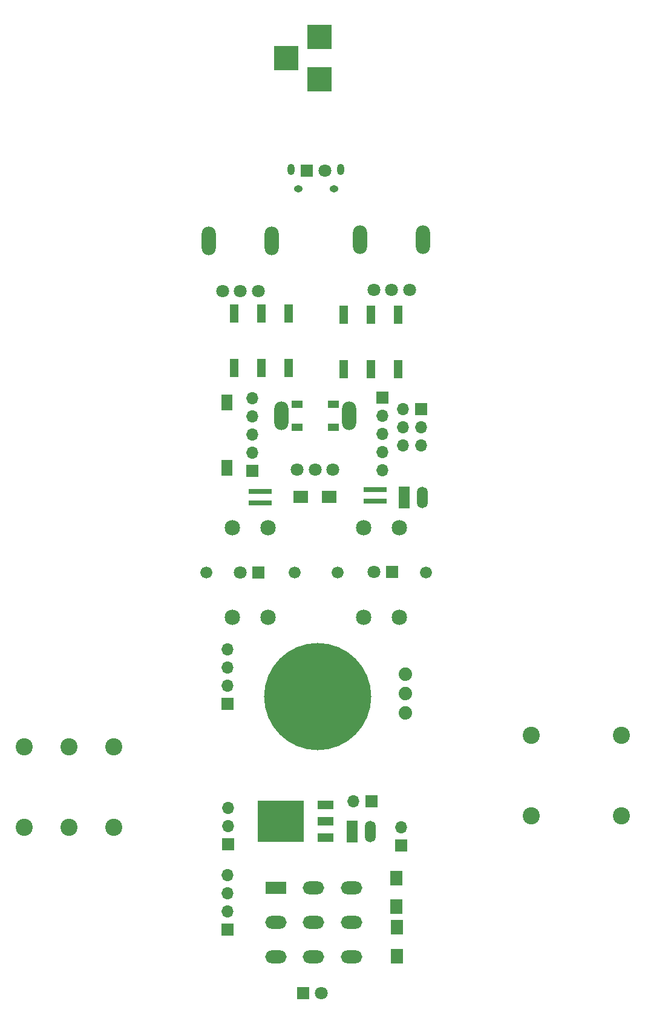
<source format=gbr>
G04 #@! TF.FileFunction,Copper,L1,Top,Signal*
%FSLAX46Y46*%
G04 Gerber Fmt 4.6, Leading zero omitted, Abs format (unit mm)*
G04 Created by KiCad (PCBNEW 4.0.7-e0-6372~58~ubuntu16.04.1) date Sun Jul 15 17:02:29 2018*
%MOMM*%
%LPD*%
G01*
G04 APERTURE LIST*
%ADD10C,0.100000*%
%ADD11R,1.700000X1.700000*%
%ADD12O,1.700000X1.700000*%
%ADD13R,3.500000X3.500000*%
%ADD14C,2.397760*%
%ADD15C,15.000000*%
%ADD16C,2.159000*%
%ADD17C,1.676400*%
%ADD18R,3.200000X0.800000*%
%ADD19R,1.800000X1.800000*%
%ADD20C,1.800000*%
%ADD21R,1.600000X2.180000*%
%ADD22R,2.200000X1.200000*%
%ADD23R,6.400000X5.800000*%
%ADD24R,3.050000X2.750000*%
%ADD25O,1.250000X0.950000*%
%ADD26O,1.000000X1.550000*%
%ADD27R,1.700000X2.000000*%
%ADD28R,1.198880X2.499360*%
%ADD29R,3.000000X1.800000*%
%ADD30O,3.000000X1.800000*%
%ADD31R,1.510000X3.010000*%
%ADD32O,1.510000X3.010000*%
%ADD33C,1.879600*%
%ADD34O,2.000000X4.000000*%
%ADD35R,1.600000X1.000000*%
%ADD36R,2.000000X1.700000*%
G04 APERTURE END LIST*
D10*
D11*
X84074000Y-136093200D03*
D12*
X84074000Y-133553200D03*
D13*
X72682100Y-28936200D03*
X72682100Y-22936200D03*
X67982100Y-25936200D03*
D14*
X114927380Y-120672860D03*
X114927380Y-131970780D03*
X102326440Y-120672860D03*
X102326440Y-131970780D03*
X37625020Y-133581140D03*
X37625020Y-122283220D03*
X31325820Y-133581140D03*
X31325820Y-122283220D03*
X43926760Y-133581140D03*
X43926760Y-122283220D03*
D11*
X79921100Y-129933700D03*
D12*
X77381100Y-129933700D03*
D11*
X86895000Y-75035700D03*
D12*
X84355000Y-75035700D03*
X86895000Y-77575700D03*
X84355000Y-77575700D03*
X86895000Y-80115700D03*
X84355000Y-80115700D03*
D15*
X72445000Y-115285700D03*
D11*
X59778900Y-147828000D03*
D12*
X59778900Y-145288000D03*
X59778900Y-142748000D03*
X59778900Y-140208000D03*
D11*
X59778900Y-116248000D03*
D12*
X59778900Y-113708000D03*
X59778900Y-111168000D03*
X59778900Y-108628000D03*
D16*
X60492640Y-104165400D03*
X60492640Y-91668600D03*
X65491360Y-104165400D03*
X65491360Y-91668600D03*
D17*
X56852820Y-97932240D03*
X69184520Y-97932240D03*
D16*
X78860640Y-104165400D03*
X78860640Y-91668600D03*
X83859360Y-104165400D03*
X83859360Y-91668600D03*
D17*
X75220820Y-97932240D03*
X87552520Y-97932240D03*
D18*
X64414400Y-86550700D03*
X64414400Y-88150700D03*
D19*
X64135000Y-97929700D03*
D20*
X61595000Y-97929700D03*
D19*
X82804000Y-97802700D03*
D20*
X80264000Y-97802700D03*
D21*
X59695000Y-74085700D03*
X59695000Y-83265700D03*
D19*
X70904100Y-41719500D03*
D20*
X73444100Y-41719500D03*
D22*
X73545700Y-135013700D03*
X73545700Y-132733700D03*
X73545700Y-130453700D03*
D23*
X67245700Y-132733700D03*
D24*
X65570700Y-131208700D03*
X68920700Y-134258700D03*
X65570700Y-134258700D03*
X68920700Y-131208700D03*
D25*
X69685000Y-44255700D03*
X74685000Y-44255700D03*
D26*
X68685000Y-41555700D03*
X75685000Y-41555700D03*
D27*
X83426300Y-140627600D03*
X83426300Y-144627600D03*
X83489800Y-151549100D03*
X83489800Y-147549100D03*
D11*
X81455000Y-73455700D03*
D12*
X81455000Y-75995700D03*
X81455000Y-78535700D03*
X81455000Y-81075700D03*
X81455000Y-83615700D03*
D11*
X63295000Y-83685700D03*
D12*
X63295000Y-81145700D03*
X63295000Y-78605700D03*
X63295000Y-76065700D03*
X63295000Y-73525700D03*
D19*
X70408800Y-156756100D03*
D20*
X72948800Y-156756100D03*
D28*
X60706000Y-61688700D03*
X64516000Y-61688700D03*
X68326000Y-61688700D03*
X64516000Y-69308700D03*
X60706000Y-69308700D03*
X68326000Y-69308700D03*
X83693000Y-69435700D03*
X79883000Y-69435700D03*
X76073000Y-69435700D03*
X79883000Y-61815700D03*
X83693000Y-61815700D03*
X76073000Y-61815700D03*
D29*
X66566560Y-142049580D03*
D30*
X66566560Y-146847640D03*
X66566560Y-151645700D03*
X71865000Y-142049580D03*
X71865000Y-146847640D03*
X71865000Y-151645700D03*
X77163440Y-142049580D03*
X77163440Y-146847640D03*
X77163440Y-151645700D03*
D11*
X59867800Y-135890000D03*
D12*
X59867800Y-133350000D03*
X59867800Y-130810000D03*
D31*
X77266800Y-134124700D03*
D32*
X79806800Y-134124700D03*
D31*
X84543900Y-87414100D03*
D32*
X87083900Y-87414100D03*
D18*
X80467200Y-86296500D03*
X80467200Y-87896500D03*
D33*
X84683600Y-112115600D03*
X84683600Y-114833400D03*
X84683600Y-117551200D03*
D20*
X80276700Y-58369200D03*
X82776700Y-58369200D03*
X85276700Y-58369200D03*
D34*
X78376700Y-51369200D03*
X87176700Y-51369200D03*
D20*
X69572300Y-83496800D03*
X72072300Y-83496800D03*
X74572300Y-83496800D03*
D34*
X67322300Y-75996800D03*
X76822300Y-75996800D03*
D20*
X59109600Y-58521600D03*
X61609600Y-58521600D03*
X64109600Y-58521600D03*
D34*
X57209600Y-51521600D03*
X66009600Y-51521600D03*
D35*
X74587100Y-77609700D03*
X74587100Y-74409700D03*
X69587100Y-77609700D03*
X69587100Y-74409700D03*
D36*
X70066400Y-87312500D03*
X74066400Y-87312500D03*
M02*

</source>
